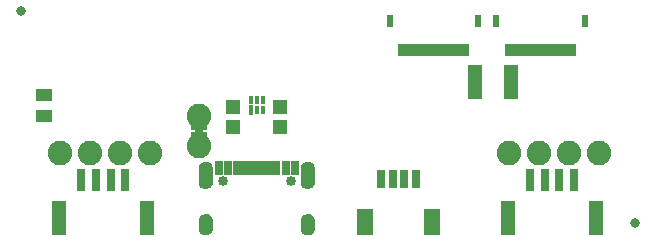
<source format=gts>
G04 EAGLE Gerber RS-274X export*
G75*
%MOMM*%
%FSLAX34Y34*%
%LPD*%
%INSoldermask Top*%
%IPPOS*%
%AMOC8*
5,1,8,0,0,1.08239X$1,22.5*%
G01*
%ADD10C,0.838200*%
%ADD11R,1.403200X2.203200*%
%ADD12R,0.803200X1.553200*%
%ADD13R,1.203200X1.303200*%
%ADD14R,0.503200X1.203200*%
%ADD15R,0.803200X1.203200*%
%ADD16C,0.853200*%
%ADD17R,0.453200X0.813200*%
%ADD18R,0.453200X0.763200*%
%ADD19R,0.803200X1.903200*%
%ADD20R,1.203200X2.903200*%
%ADD21C,2.082800*%
%ADD22R,1.473200X0.838200*%
%ADD23R,1.403200X1.003200*%
%ADD24R,1.203200X3.003200*%
%ADD25R,0.503200X1.003200*%
%ADD26R,0.603200X1.003200*%

G36*
X254484Y39383D02*
X254484Y39383D01*
X254490Y39389D01*
X254495Y39385D01*
X255725Y39750D01*
X255730Y39757D01*
X255735Y39755D01*
X256854Y40385D01*
X256857Y40392D01*
X256863Y40391D01*
X257813Y41254D01*
X257814Y41262D01*
X257820Y41262D01*
X258554Y42315D01*
X258554Y42323D01*
X258559Y42325D01*
X259041Y43515D01*
X259039Y43520D01*
X259043Y43523D01*
X259042Y43524D01*
X259044Y43525D01*
X259249Y44792D01*
X259246Y44797D01*
X259249Y44800D01*
X259249Y56800D01*
X259246Y56804D01*
X259249Y56807D01*
X259094Y57929D01*
X259089Y57934D01*
X259092Y57938D01*
X258721Y59009D01*
X258715Y59013D01*
X258717Y59018D01*
X258144Y59995D01*
X258138Y59998D01*
X258139Y60003D01*
X257386Y60850D01*
X257379Y60852D01*
X257379Y60857D01*
X256476Y61541D01*
X256469Y61541D01*
X256468Y61546D01*
X255449Y62041D01*
X255442Y62039D01*
X255440Y62044D01*
X254343Y62331D01*
X254337Y62328D01*
X254334Y62332D01*
X253203Y62399D01*
X253197Y62399D01*
X252066Y62332D01*
X252061Y62327D01*
X252057Y62331D01*
X250960Y62044D01*
X250956Y62038D01*
X250951Y62041D01*
X249932Y61546D01*
X249929Y61540D01*
X249924Y61541D01*
X249021Y60857D01*
X249019Y60850D01*
X249014Y60850D01*
X248261Y60003D01*
X248261Y59996D01*
X248256Y59995D01*
X247683Y59018D01*
X247684Y59015D01*
X247683Y59014D01*
X247684Y59013D01*
X247684Y59011D01*
X247679Y59009D01*
X247308Y57938D01*
X247310Y57933D01*
X247307Y57931D01*
X247307Y57930D01*
X247306Y57929D01*
X247151Y56807D01*
X247154Y56802D01*
X247151Y56800D01*
X247151Y44800D01*
X247154Y44795D01*
X247151Y44792D01*
X247356Y43525D01*
X247362Y43519D01*
X247359Y43515D01*
X247841Y42325D01*
X247848Y42321D01*
X247846Y42315D01*
X248580Y41262D01*
X248588Y41260D01*
X248587Y41254D01*
X249537Y40391D01*
X249546Y40390D01*
X249546Y40385D01*
X250665Y39755D01*
X250673Y39756D01*
X250675Y39750D01*
X251905Y39385D01*
X251913Y39388D01*
X251916Y39383D01*
X253197Y39301D01*
X253201Y39304D01*
X253203Y39301D01*
X254484Y39383D01*
G37*
G36*
X168084Y39383D02*
X168084Y39383D01*
X168090Y39389D01*
X168095Y39385D01*
X169325Y39750D01*
X169330Y39757D01*
X169335Y39755D01*
X170454Y40385D01*
X170457Y40392D01*
X170463Y40391D01*
X171413Y41254D01*
X171414Y41262D01*
X171420Y41262D01*
X172154Y42315D01*
X172154Y42323D01*
X172159Y42325D01*
X172641Y43515D01*
X172639Y43520D01*
X172643Y43523D01*
X172642Y43524D01*
X172644Y43525D01*
X172849Y44792D01*
X172846Y44797D01*
X172849Y44800D01*
X172849Y56800D01*
X172846Y56804D01*
X172849Y56807D01*
X172694Y57929D01*
X172689Y57934D01*
X172692Y57938D01*
X172321Y59009D01*
X172315Y59013D01*
X172317Y59018D01*
X171744Y59995D01*
X171738Y59998D01*
X171739Y60003D01*
X170986Y60850D01*
X170979Y60852D01*
X170979Y60857D01*
X170076Y61541D01*
X170069Y61541D01*
X170068Y61546D01*
X169049Y62041D01*
X169042Y62039D01*
X169040Y62044D01*
X167943Y62331D01*
X167937Y62328D01*
X167934Y62332D01*
X166803Y62399D01*
X166797Y62399D01*
X165666Y62332D01*
X165661Y62327D01*
X165657Y62331D01*
X164560Y62044D01*
X164556Y62038D01*
X164551Y62041D01*
X163532Y61546D01*
X163529Y61540D01*
X163524Y61541D01*
X162621Y60857D01*
X162619Y60850D01*
X162614Y60850D01*
X161861Y60003D01*
X161861Y59996D01*
X161856Y59995D01*
X161283Y59018D01*
X161284Y59015D01*
X161283Y59014D01*
X161284Y59013D01*
X161284Y59011D01*
X161279Y59009D01*
X160908Y57938D01*
X160910Y57933D01*
X160907Y57931D01*
X160907Y57930D01*
X160906Y57929D01*
X160751Y56807D01*
X160754Y56802D01*
X160751Y56800D01*
X160751Y44800D01*
X160754Y44795D01*
X160751Y44792D01*
X160956Y43525D01*
X160962Y43519D01*
X160959Y43515D01*
X161441Y42325D01*
X161448Y42321D01*
X161446Y42315D01*
X162180Y41262D01*
X162188Y41260D01*
X162187Y41254D01*
X163137Y40391D01*
X163146Y40390D01*
X163146Y40385D01*
X164265Y39755D01*
X164273Y39756D01*
X164275Y39750D01*
X165505Y39385D01*
X165513Y39388D01*
X165516Y39383D01*
X166797Y39301D01*
X166801Y39304D01*
X166803Y39301D01*
X168084Y39383D01*
G37*
G36*
X167971Y111D02*
X167971Y111D01*
X167976Y116D01*
X167980Y113D01*
X169103Y448D01*
X169107Y454D01*
X169111Y452D01*
X170147Y1000D01*
X170150Y1006D01*
X170155Y1005D01*
X171063Y1744D01*
X171065Y1751D01*
X171070Y1751D01*
X171817Y2653D01*
X171817Y2661D01*
X171823Y2661D01*
X172379Y3692D01*
X172378Y3699D01*
X172383Y3701D01*
X172727Y4820D01*
X172725Y4827D01*
X172729Y4830D01*
X172849Y5995D01*
X172847Y5998D01*
X172849Y6000D01*
X172849Y12000D01*
X172847Y12003D01*
X172849Y12005D01*
X172738Y13181D01*
X172733Y13186D01*
X172736Y13190D01*
X172398Y14322D01*
X172392Y14326D01*
X172394Y14331D01*
X171842Y15375D01*
X171835Y15378D01*
X171837Y15383D01*
X171091Y16299D01*
X171084Y16300D01*
X171084Y16306D01*
X170175Y17059D01*
X170167Y17059D01*
X170167Y17064D01*
X169127Y17625D01*
X169120Y17624D01*
X169118Y17629D01*
X167989Y17976D01*
X167983Y17974D01*
X167980Y17978D01*
X166805Y18099D01*
X166798Y18095D01*
X166794Y18099D01*
X165454Y17942D01*
X165448Y17937D01*
X165443Y17940D01*
X164172Y17489D01*
X164167Y17482D01*
X164162Y17484D01*
X163023Y16762D01*
X163020Y16754D01*
X163014Y16755D01*
X162064Y15797D01*
X162063Y15789D01*
X162057Y15788D01*
X161344Y14643D01*
X161345Y14635D01*
X161339Y14633D01*
X160899Y13357D01*
X160901Y13350D01*
X160897Y13347D01*
X160751Y12005D01*
X160753Y12002D01*
X160751Y12000D01*
X160751Y6000D01*
X160753Y5997D01*
X160751Y5994D01*
X160906Y4665D01*
X160912Y4659D01*
X160909Y4655D01*
X161356Y3394D01*
X161363Y3389D01*
X161361Y3384D01*
X162078Y2254D01*
X162085Y2251D01*
X162084Y2245D01*
X163035Y1303D01*
X163043Y1302D01*
X163043Y1296D01*
X164179Y589D01*
X164187Y590D01*
X164189Y584D01*
X165454Y148D01*
X165459Y149D01*
X165460Y148D01*
X165463Y148D01*
X165465Y145D01*
X166795Y1D01*
X166801Y5D01*
X166805Y1D01*
X167971Y111D01*
G37*
G36*
X254371Y111D02*
X254371Y111D01*
X254376Y116D01*
X254380Y113D01*
X255503Y448D01*
X255507Y454D01*
X255511Y452D01*
X256547Y1000D01*
X256550Y1006D01*
X256555Y1005D01*
X257463Y1744D01*
X257465Y1751D01*
X257470Y1751D01*
X258217Y2653D01*
X258217Y2661D01*
X258223Y2661D01*
X258779Y3692D01*
X258778Y3699D01*
X258783Y3701D01*
X259127Y4820D01*
X259125Y4827D01*
X259129Y4830D01*
X259249Y5995D01*
X259247Y5998D01*
X259249Y6000D01*
X259249Y12000D01*
X259247Y12003D01*
X259249Y12005D01*
X259138Y13181D01*
X259133Y13186D01*
X259136Y13190D01*
X258798Y14322D01*
X258792Y14326D01*
X258794Y14331D01*
X258242Y15375D01*
X258235Y15378D01*
X258237Y15383D01*
X257491Y16299D01*
X257484Y16300D01*
X257484Y16306D01*
X256575Y17059D01*
X256567Y17059D01*
X256567Y17064D01*
X255527Y17625D01*
X255520Y17624D01*
X255518Y17629D01*
X254389Y17976D01*
X254383Y17974D01*
X254380Y17978D01*
X253205Y18099D01*
X253198Y18095D01*
X253194Y18099D01*
X251854Y17942D01*
X251848Y17937D01*
X251843Y17940D01*
X250572Y17489D01*
X250567Y17482D01*
X250562Y17484D01*
X249423Y16762D01*
X249420Y16754D01*
X249414Y16755D01*
X248464Y15797D01*
X248463Y15789D01*
X248457Y15788D01*
X247744Y14643D01*
X247745Y14635D01*
X247739Y14633D01*
X247299Y13357D01*
X247301Y13350D01*
X247297Y13347D01*
X247151Y12005D01*
X247153Y12002D01*
X247151Y12000D01*
X247151Y6000D01*
X247153Y5997D01*
X247151Y5994D01*
X247306Y4665D01*
X247312Y4659D01*
X247309Y4655D01*
X247756Y3394D01*
X247763Y3389D01*
X247761Y3384D01*
X248478Y2254D01*
X248485Y2251D01*
X248484Y2245D01*
X249435Y1303D01*
X249443Y1302D01*
X249443Y1296D01*
X250579Y589D01*
X250587Y590D01*
X250589Y584D01*
X251854Y148D01*
X251859Y149D01*
X251860Y148D01*
X251863Y148D01*
X251865Y145D01*
X253195Y1D01*
X253201Y5D01*
X253205Y1D01*
X254371Y111D01*
G37*
G36*
X163859Y85472D02*
X163859Y85472D01*
X163925Y85474D01*
X163968Y85492D01*
X164015Y85500D01*
X164072Y85534D01*
X164132Y85559D01*
X164167Y85590D01*
X164208Y85615D01*
X164250Y85666D01*
X164298Y85710D01*
X164320Y85752D01*
X164349Y85789D01*
X164370Y85851D01*
X164401Y85910D01*
X164409Y85964D01*
X164421Y86001D01*
X164420Y86041D01*
X164428Y86095D01*
X164428Y89905D01*
X164417Y89970D01*
X164415Y90036D01*
X164397Y90079D01*
X164389Y90126D01*
X164355Y90183D01*
X164330Y90243D01*
X164299Y90278D01*
X164274Y90319D01*
X164223Y90361D01*
X164179Y90409D01*
X164137Y90431D01*
X164100Y90460D01*
X164038Y90481D01*
X163979Y90512D01*
X163925Y90520D01*
X163888Y90532D01*
X163848Y90531D01*
X163794Y90539D01*
X158206Y90539D01*
X158141Y90528D01*
X158075Y90526D01*
X158032Y90508D01*
X157985Y90500D01*
X157928Y90466D01*
X157868Y90441D01*
X157833Y90410D01*
X157792Y90385D01*
X157751Y90334D01*
X157702Y90290D01*
X157680Y90248D01*
X157651Y90211D01*
X157630Y90149D01*
X157599Y90090D01*
X157591Y90036D01*
X157579Y89999D01*
X157579Y89995D01*
X157579Y89994D01*
X157580Y89959D01*
X157572Y89905D01*
X157572Y86095D01*
X157583Y86030D01*
X157585Y85964D01*
X157603Y85921D01*
X157611Y85874D01*
X157645Y85817D01*
X157670Y85757D01*
X157701Y85722D01*
X157726Y85681D01*
X157777Y85640D01*
X157821Y85591D01*
X157863Y85569D01*
X157900Y85540D01*
X157962Y85519D01*
X158021Y85488D01*
X158075Y85480D01*
X158112Y85468D01*
X158152Y85469D01*
X158206Y85461D01*
X163794Y85461D01*
X163859Y85472D01*
G37*
D10*
X530000Y10000D03*
X10000Y190000D03*
D11*
X302000Y11250D03*
X358000Y11250D03*
D12*
X315000Y48000D03*
X325000Y48000D03*
X335000Y48000D03*
X345000Y48000D03*
D13*
X230000Y108500D03*
X230000Y91500D03*
X190000Y108500D03*
X190000Y91500D03*
D14*
X217500Y56600D03*
X212500Y56600D03*
D15*
X242250Y56600D03*
X234500Y56600D03*
D14*
X227500Y56600D03*
X222500Y56600D03*
X202500Y56600D03*
X207500Y56600D03*
D15*
X177750Y56600D03*
X185500Y56600D03*
D14*
X192500Y56600D03*
X197500Y56600D03*
D16*
X181100Y45550D03*
X238900Y45550D03*
D17*
X205000Y105950D03*
D18*
X210000Y105700D03*
X215000Y105700D03*
X215000Y114300D03*
X210000Y114300D03*
X205000Y114300D03*
D19*
X61250Y47000D03*
D20*
X117250Y15000D03*
X42750Y15000D03*
D19*
X73750Y47000D03*
X86250Y47000D03*
X98750Y47000D03*
X441250Y47000D03*
D20*
X497250Y15000D03*
X422750Y15000D03*
D19*
X453750Y47000D03*
X466250Y47000D03*
X478750Y47000D03*
D21*
X120000Y70000D03*
X94600Y70000D03*
X69200Y70000D03*
X43800Y70000D03*
X500000Y70000D03*
X474600Y70000D03*
X449200Y70000D03*
X423800Y70000D03*
D22*
X161000Y82920D03*
X161000Y93080D03*
D21*
X161000Y75300D03*
X161000Y100700D03*
D23*
X30000Y101000D03*
X30000Y119000D03*
D24*
X395000Y130000D03*
X425000Y130000D03*
D25*
X477500Y156500D03*
X472500Y156500D03*
D26*
X487500Y181500D03*
X412500Y181500D03*
D25*
X467500Y156500D03*
X462500Y156500D03*
X457500Y156500D03*
X452500Y156500D03*
X447500Y156500D03*
X442500Y156500D03*
X437500Y156500D03*
X432500Y156500D03*
X427500Y156500D03*
X422500Y156500D03*
X387500Y156500D03*
X382500Y156500D03*
D26*
X397500Y181500D03*
X322500Y181500D03*
D25*
X377500Y156500D03*
X372500Y156500D03*
X367500Y156500D03*
X362500Y156500D03*
X357500Y156500D03*
X352500Y156500D03*
X347500Y156500D03*
X342500Y156500D03*
X337500Y156500D03*
X332500Y156500D03*
M02*

</source>
